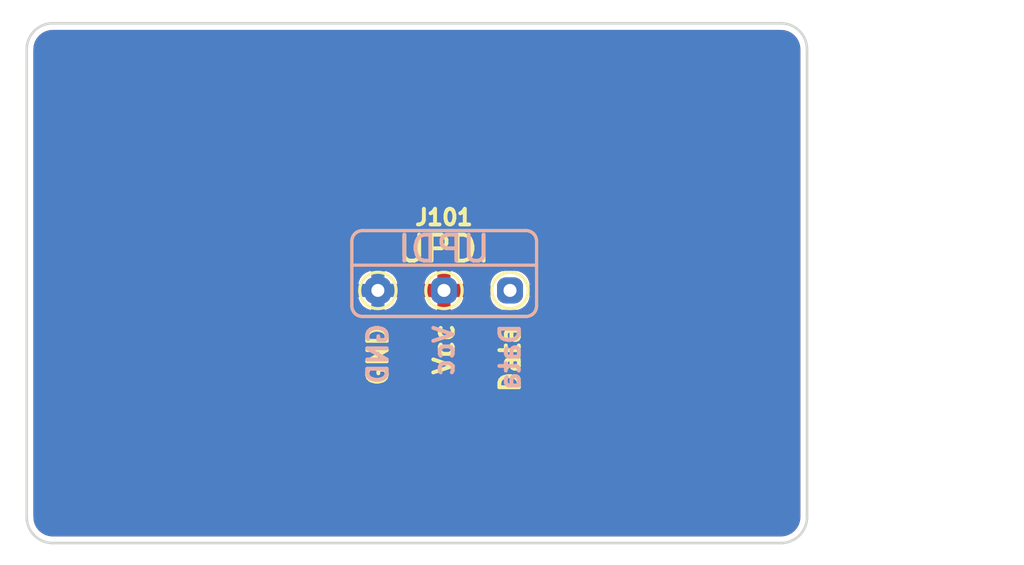
<source format=kicad_pcb>
(kicad_pcb (version 20211014) (generator pcbnew)
  (layers (0 "F.Cu" signal) (31 "B.Cu" signal) (34 "B.Paste" user) (35 "F.Paste" user) (36 "B.SilkS" user "B.Silkscreen") (37 "F.SilkS" user "F.Silkscreen") (38 "B.Mask" user) (39 "F.Mask" user) (44 "Edge.Cuts" user))
  (net 0 "")
  (net 1 "GND")
  (net 2 "Vcc")
  (net 3 "MCU ~{Reset}")
  (footprint "Customs:UPDI" (layer "F.Cu") (at 101.0412 100.2792)
    (fp_text reference "J101" (at 0 -2.81 unlocked) (layer "F.SilkS") (effects (font (size 0.6 0.6))))
    (fp_text value "UPDI Connection" hide)
    (fp_text user "GND" (at -2.54 1.2 -90) (layer "B.SilkS") (effects (font (size 0.75 0.75)) (justify left mirror)))
    (fp_text user "Vcc" (at 0 1.27 -90) (layer "B.SilkS") (effects (font (size 0.75 0.75)) (justify left mirror)))
    (fp_text user "Data" (at 2.54 1.2 -90) (layer "B.SilkS") (effects (font (size 0.75 0.75)) (justify left mirror)))
    (fp_text user "UPDI" (at 0 -1.6) (layer "B.SilkS") (effects (justify mirror)))
    (fp_text user "Data" (at 2.54 1.27 90) (layer "F.SilkS") (effects (font (size 0.75 0.75)) (justify right)))
    (fp_text user "GND" (at -2.54 1.27 90) (layer "F.SilkS") (effects (font (size 0.75 0.75)) (justify right)))
    (fp_text user "UPDI" (at 0 -1.6) (layer "F.SilkS"))
    (fp_text user "Vcc" (at 0 1.2 90) (layer "F.SilkS") (effects (font (size 0.75 0.75)) (justify right)))
    (fp_line (start 3.16 -2.3) (end -3.14 -2.3) (layer "B.SilkS") (width 0.12))
    (fp_line (start -3.14 1) (end 3.16 1) (layer "B.SilkS") (width 0.12))
    (fp_line (start 3.56 -0.97) (end 3.56 -1.9) (layer "B.SilkS") (width 0.12))
    (fp_line (start 3.56 0.6) (end 3.56 -0.97) (layer "B.SilkS") (width 0.12))
    (fp_line (start -3.54 -1.9) (end -3.54 -0.97) (layer "B.SilkS") (width 0.12))
    (fp_line (start 3.56 -0.97) (end -3.54 -0.97) (layer "B.SilkS") (width 0.12))
    (fp_line (start -3.54 -0.97) (end -3.54 0.6) (layer "B.SilkS") (width 0.12))
    (fp_arc (start 3.16 -2.3) (mid 3.442843 -2.182843) (end 3.56 -1.9) (layer "B.SilkS") (width 0.12))
    (fp_arc (start -3.54 -1.9) (mid -3.422843 -2.182843) (end -3.14 -2.3) (layer "B.SilkS") (width 0.12))
    (fp_arc (start -3.14 1) (mid -3.422843 0.882843) (end -3.54 0.6) (layer "B.SilkS") (width 0.12))
    (fp_arc (start 3.56 0.6) (mid 3.442843 0.882843) (end 3.16 1) (layer "B.SilkS") (width 0.12))
    (fp_line (start 3.56 -0.97) (end -3.54 -0.97) (layer "F.SilkS") (width 0.12))
    (fp_line (start -3.14 1) (end 3.16 1) (layer "F.SilkS") (width 0.12))
    (fp_line (start 3.56 0.6) (end 3.56 -0.97) (layer "F.SilkS") (width 0.12))
    (fp_line (start -3.54 -0.97) (end -3.54 0.6) (layer "F.SilkS") (width 0.12))
    (fp_line (start 3.16 -2.3) (end -3.14 -2.3) (layer "F.SilkS") (width 0.12))
    (fp_line (start 3.56 -0.97) (end 3.56 -1.9) (layer "F.SilkS") (width 0.12))
    (fp_line (start -3.54 -1.9) (end -3.54 -0.97) (layer "F.SilkS") (width 0.12))
    (fp_arc (start -3.54 -1.9) (mid -3.422843 -2.182843) (end -3.14 -2.3) (layer "F.SilkS") (width 0.12))
    (fp_arc (start 3.56 0.6) (mid 3.442843 0.882843) (end 3.16 1) (layer "F.SilkS") (width 0.12))
    (fp_arc (start -3.14 1) (mid -3.422843 0.882843) (end -3.54 0.6) (layer "F.SilkS") (width 0.12))
    (fp_arc (start 3.16 -2.3) (mid 3.442831 -2.182831) (end 3.56 -1.9) (layer "F.SilkS") (width 0.12))
    (fp_circle (center -2.54 0) (end -1.84 0) (layer "F.SilkS") (width 0.12) (fill none))
    (fp_circle (center 0 0) (end 0.7 0) (layer "F.SilkS") (width 0.12) (fill none))
    (fp_circle (center 2.54 0) (end 3.24 0) (layer "F.SilkS") (width 0.12) (fill none))
    (pad "1" thru_hole roundrect (at -2.54 0 90) (size 1 1) (drill 0.5) (layers F&B.Cu *.Mask) (roundrect_rratio 0.33) (net 1 "GND"))
    (pad "2" thru_hole roundrect (at 0 0 90) (size 1 1) (drill 0.5) (layers *.Cu *.Mask) (roundrect_rratio 0.33) (net 2 "Vcc"))
    (pad "3" thru_hole roundrect (at 2.54 0 90) (size 1 1) (drill 0.5) (layers *.Cu *.Mask) (roundrect_rratio 0.33) (net 3 "MCU ~{Reset}"))
  )
  (gr_line (start 115 109) (end 115 91) (layer "Edge.Cuts") (width 0.1))
  (gr_arc (start 115 109) (mid 114.707107 109.707107) (end 114 110) (layer "Edge.Cuts") (width 0.1))
  (gr_arc (start 114 90) (mid 114.707107 90.292893) (end 115 91) (layer "Edge.Cuts") (width 0.1))
  (gr_line (start 85 91) (end 85 109) (layer "Edge.Cuts") (width 0.1))
  (gr_line (start 114 90) (end 86 90) (layer "Edge.Cuts") (width 0.1))
  (gr_arc (start 86 110) (mid 85.292893 109.707107) (end 85 109) (layer "Edge.Cuts") (width 0.1))
  (gr_line (start 86 110) (end 114 110) (layer "Edge.Cuts") (width 0.1))
  (gr_arc (start 85 91) (mid 85.292893 90.292893) (end 86 90) (layer "Edge.Cuts") (width 0.1))
  (zone (net 2) (net_name "Vcc") (layer "F.Cu") (name "Board Top") (connect_pads (clearance 0.254)) (min_thickness 0.254) (fill yes (thermal_gap 0.254) (thermal_bridge_width 0.508))
    (polygon (pts (xy 122.936 110.3884) (xy 84.3788 110.3884) (xy 84.3788 89.5096) (xy 122.936 89.5096)))
  )
  (zone (net 1) (net_name "GND") (layer "B.Cu") (name "Board Bottom") (connect_pads (clearance 0.254)) (min_thickness 0.254) (fill yes (thermal_gap 0.254) (thermal_bridge_width 0.508))
    (polygon (pts (xy 123.3424 110.8456) (xy 83.9724 110.8456) (xy 83.9724 89.1032) (xy 123.3424 89.1032)))
  )
)
</source>
